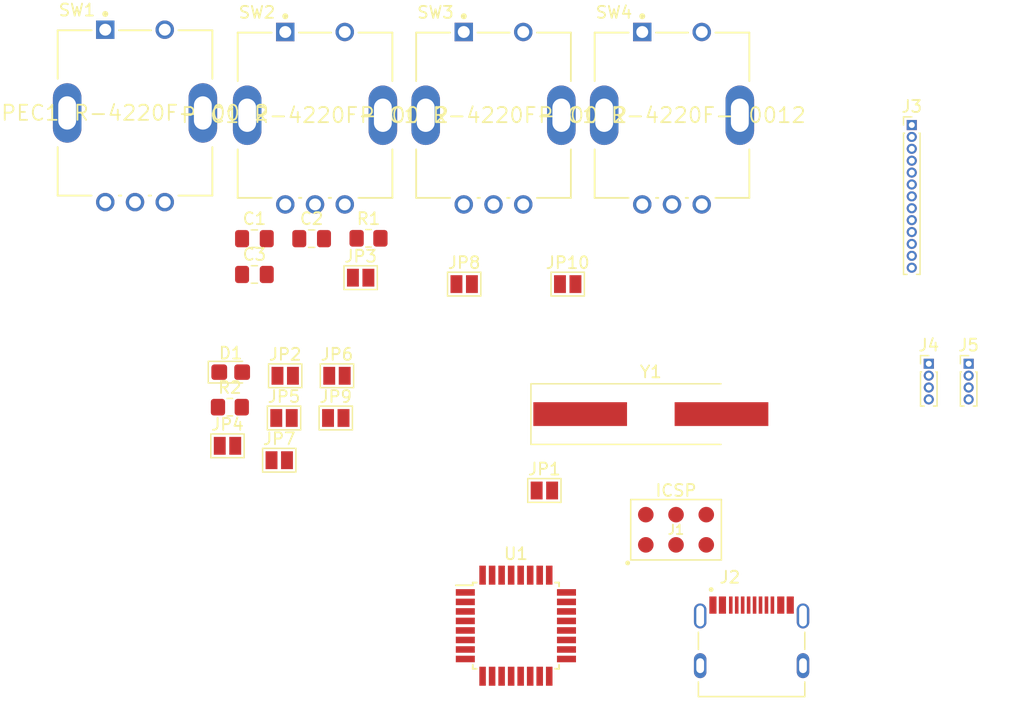
<source format=kicad_pcb>
(kicad_pcb (version 20171130) (host pcbnew "(5.1.10)-1")

  (general
    (thickness 1.6)
    (drawings 0)
    (tracks 0)
    (zones 0)
    (modules 27)
    (nets 38)
  )

  (page A4)
  (title_block
    (title "LightControl Console")
    (date 2021-08-10)
    (rev v00)
    (comment 4 "Author: GHOSCHT")
  )

  (layers
    (0 F.Cu signal)
    (31 B.Cu signal)
    (32 B.Adhes user)
    (33 F.Adhes user)
    (34 B.Paste user)
    (35 F.Paste user)
    (36 B.SilkS user)
    (37 F.SilkS user)
    (38 B.Mask user)
    (39 F.Mask user)
    (40 Dwgs.User user)
    (41 Cmts.User user)
    (42 Eco1.User user)
    (43 Eco2.User user)
    (44 Edge.Cuts user)
    (45 Margin user)
    (46 B.CrtYd user)
    (47 F.CrtYd user)
    (48 B.Fab user)
    (49 F.Fab user)
  )

  (setup
    (last_trace_width 0.25)
    (trace_clearance 0.2)
    (zone_clearance 0.508)
    (zone_45_only no)
    (trace_min 0.2)
    (via_size 0.8)
    (via_drill 0.4)
    (via_min_size 0.4)
    (via_min_drill 0.3)
    (uvia_size 0.3)
    (uvia_drill 0.1)
    (uvias_allowed no)
    (uvia_min_size 0.2)
    (uvia_min_drill 0.1)
    (edge_width 0.05)
    (segment_width 0.2)
    (pcb_text_width 0.3)
    (pcb_text_size 1.5 1.5)
    (mod_edge_width 0.12)
    (mod_text_size 1 1)
    (mod_text_width 0.15)
    (pad_size 1.524 1.524)
    (pad_drill 0.762)
    (pad_to_mask_clearance 0)
    (aux_axis_origin 0 0)
    (visible_elements 7FFFFFFF)
    (pcbplotparams
      (layerselection 0x010fc_ffffffff)
      (usegerberextensions false)
      (usegerberattributes true)
      (usegerberadvancedattributes true)
      (creategerberjobfile true)
      (excludeedgelayer true)
      (linewidth 0.100000)
      (plotframeref false)
      (viasonmask false)
      (mode 1)
      (useauxorigin false)
      (hpglpennumber 1)
      (hpglpenspeed 20)
      (hpglpendiameter 15.000000)
      (psnegative false)
      (psa4output false)
      (plotreference true)
      (plotvalue true)
      (plotinvisibletext false)
      (padsonsilk false)
      (subtractmaskfromsilk false)
      (outputformat 1)
      (mirror false)
      (drillshape 1)
      (scaleselection 1)
      (outputdirectory ""))
  )

  (net 0 "")
  (net 1 "Net-(U1-Pad14)")
  (net 2 "Net-(U1-Pad19)")
  (net 3 "Net-(U1-Pad20)")
  (net 4 "Net-(U1-Pad22)")
  (net 5 GND)
  (net 6 VCC)
  (net 7 XTAL1)
  (net 8 XTAL2)
  (net 9 "Net-(D1-Pad2)")
  (net 10 MOSI)
  (net 11 SCK)
  (net 12 MISO)
  (net 13 RST)
  (net 14 "Net-(J2-PadA6)")
  (net 15 "Net-(J2-PadB7)")
  (net 16 "Net-(J2-PadA5)")
  (net 17 "Net-(J2-PadB8)")
  (net 18 "Net-(J2-PadA7)")
  (net 19 "Net-(J2-PadB6)")
  (net 20 "Net-(J2-PadA8)")
  (net 21 "Net-(J2-PadB5)")
  (net 22 BTN4)
  (net 23 BTN3)
  (net 24 BTN2)
  (net 25 BTN1)
  (net 26 ENC4B)
  (net 27 ENC4A)
  (net 28 ENC3B)
  (net 29 ENC3A)
  (net 30 ENC2B)
  (net 31 ENC2A)
  (net 32 ENC1B)
  (net 33 ENC1A)
  (net 34 TX)
  (net 35 RX)
  (net 36 SDA)
  (net 37 SCL)

  (net_class Default "This is the default net class."
    (clearance 0.2)
    (trace_width 0.25)
    (via_dia 0.8)
    (via_drill 0.4)
    (uvia_dia 0.3)
    (uvia_drill 0.1)
    (add_net BTN1)
    (add_net BTN2)
    (add_net BTN3)
    (add_net BTN4)
    (add_net ENC1A)
    (add_net ENC1B)
    (add_net ENC2A)
    (add_net ENC2B)
    (add_net ENC3A)
    (add_net ENC3B)
    (add_net ENC4A)
    (add_net ENC4B)
    (add_net GND)
    (add_net MISO)
    (add_net MOSI)
    (add_net "Net-(D1-Pad2)")
    (add_net "Net-(J2-PadA5)")
    (add_net "Net-(J2-PadA6)")
    (add_net "Net-(J2-PadA7)")
    (add_net "Net-(J2-PadA8)")
    (add_net "Net-(J2-PadB5)")
    (add_net "Net-(J2-PadB6)")
    (add_net "Net-(J2-PadB7)")
    (add_net "Net-(J2-PadB8)")
    (add_net "Net-(U1-Pad14)")
    (add_net "Net-(U1-Pad19)")
    (add_net "Net-(U1-Pad20)")
    (add_net "Net-(U1-Pad22)")
    (add_net RST)
    (add_net RX)
    (add_net SCK)
    (add_net SCL)
    (add_net SDA)
    (add_net TX)
    (add_net VCC)
    (add_net XTAL1)
    (add_net XTAL2)
  )

  (module Crystal:Crystal_SMD_HC49-SD_HandSoldering (layer F.Cu) (tedit 5A1AD52C) (tstamp 61133696)
    (at 137.328 59.616)
    (descr "SMD Crystal HC-49-SD http://cdn-reichelt.de/documents/datenblatt/B400/xxx-HC49-SMD.pdf, hand-soldering, 11.4x4.7mm^2 package")
    (tags "SMD SMT crystal hand-soldering")
    (path /6113484F)
    (attr smd)
    (fp_text reference Y1 (at 0 -3.55) (layer F.SilkS)
      (effects (font (size 1 1) (thickness 0.15)))
    )
    (fp_text value 16MHz (at 0 3.55) (layer F.Fab)
      (effects (font (size 1 1) (thickness 0.15)))
    )
    (fp_line (start 10.2 -2.6) (end -10.2 -2.6) (layer F.CrtYd) (width 0.05))
    (fp_line (start 10.2 2.6) (end 10.2 -2.6) (layer F.CrtYd) (width 0.05))
    (fp_line (start -10.2 2.6) (end 10.2 2.6) (layer F.CrtYd) (width 0.05))
    (fp_line (start -10.2 -2.6) (end -10.2 2.6) (layer F.CrtYd) (width 0.05))
    (fp_line (start -10.075 2.55) (end 5.9 2.55) (layer F.SilkS) (width 0.12))
    (fp_line (start -10.075 -2.55) (end -10.075 2.55) (layer F.SilkS) (width 0.12))
    (fp_line (start 5.9 -2.55) (end -10.075 -2.55) (layer F.SilkS) (width 0.12))
    (fp_line (start -3.015 2.115) (end 3.015 2.115) (layer F.Fab) (width 0.1))
    (fp_line (start -3.015 -2.115) (end 3.015 -2.115) (layer F.Fab) (width 0.1))
    (fp_line (start 5.7 -2.35) (end -5.7 -2.35) (layer F.Fab) (width 0.1))
    (fp_line (start 5.7 2.35) (end 5.7 -2.35) (layer F.Fab) (width 0.1))
    (fp_line (start -5.7 2.35) (end 5.7 2.35) (layer F.Fab) (width 0.1))
    (fp_line (start -5.7 -2.35) (end -5.7 2.35) (layer F.Fab) (width 0.1))
    (fp_arc (start 3.015 0) (end 3.015 -2.115) (angle 180) (layer F.Fab) (width 0.1))
    (fp_arc (start -3.015 0) (end -3.015 -2.115) (angle -180) (layer F.Fab) (width 0.1))
    (fp_text user %R (at 0 0) (layer F.Fab)
      (effects (font (size 1 1) (thickness 0.15)))
    )
    (pad 2 smd rect (at 5.9375 0) (size 7.875 2) (layers F.Cu F.Paste F.Mask)
      (net 8 XTAL2))
    (pad 1 smd rect (at -5.9375 0) (size 7.875 2) (layers F.Cu F.Paste F.Mask)
      (net 7 XTAL1))
    (model ${KISYS3DMOD}/Crystal.3dshapes/Crystal_SMD_HC49-SD.wrl
      (at (xyz 0 0 0))
      (scale (xyz 1 1 1))
      (rotate (xyz 0 0 0))
    )
  )

  (module Jumper:SolderJumper-2_P1.3mm_Open_Pad1.0x1.5mm (layer F.Cu) (tedit 5A3EABFC) (tstamp 611335D6)
    (at 128.382 66.04)
    (descr "SMD Solder Jumper, 1x1.5mm Pads, 0.3mm gap, open")
    (tags "solder jumper open")
    (path /6113282A)
    (attr virtual)
    (fp_text reference JP1 (at 0 -1.8) (layer F.SilkS)
      (effects (font (size 1 1) (thickness 0.15)))
    )
    (fp_text value SolderJumper (at 0 1.9) (layer F.Fab)
      (effects (font (size 1 1) (thickness 0.15)))
    )
    (fp_line (start 1.65 1.25) (end -1.65 1.25) (layer F.CrtYd) (width 0.05))
    (fp_line (start 1.65 1.25) (end 1.65 -1.25) (layer F.CrtYd) (width 0.05))
    (fp_line (start -1.65 -1.25) (end -1.65 1.25) (layer F.CrtYd) (width 0.05))
    (fp_line (start -1.65 -1.25) (end 1.65 -1.25) (layer F.CrtYd) (width 0.05))
    (fp_line (start -1.4 -1) (end 1.4 -1) (layer F.SilkS) (width 0.12))
    (fp_line (start 1.4 -1) (end 1.4 1) (layer F.SilkS) (width 0.12))
    (fp_line (start 1.4 1) (end -1.4 1) (layer F.SilkS) (width 0.12))
    (fp_line (start -1.4 1) (end -1.4 -1) (layer F.SilkS) (width 0.12))
    (pad 1 smd rect (at -0.65 0) (size 1 1.5) (layers F.Cu F.Mask)
      (net 36 SDA))
    (pad 2 smd rect (at 0.65 0) (size 1 1.5) (layers F.Cu F.Mask)
      (net 14 "Net-(J2-PadA6)"))
  )

  (module Bourns-PEC11R-4220F-S0012:Bourns-PEC11R-4220F-S0012-MFG (layer F.Cu) (tedit 611258C1) (tstamp 6112C981)
    (at 93.98 34.29)
    (path /6112A1C1)
    (fp_text reference SW1 (at -6.5 -8.65) (layer F.SilkS)
      (effects (font (size 1 1) (thickness 0.15)) (justify left))
    )
    (fp_text value PEC11R-4220F-S0012 (at 0 0) (layer F.SilkS)
      (effects (font (size 1.27 1.27) (thickness 0.15)))
    )
    (fp_circle (center -2.5 -8.325) (end -2.375 -8.325) (layer F.SilkS) (width 0.25))
    (fp_line (start -6.5 -2.875) (end -6.5 -6.95) (layer F.SilkS) (width 0.15))
    (fp_line (start -6.5 6.95) (end -6.5 2.875) (layer F.SilkS) (width 0.15))
    (fp_line (start 3.65 6.95) (end 6.5 6.95) (layer F.SilkS) (width 0.15))
    (fp_line (start 1.15 6.95) (end 1.35 6.95) (layer F.SilkS) (width 0.15))
    (fp_line (start -1.35 6.95) (end -1.15 6.95) (layer F.SilkS) (width 0.15))
    (fp_line (start -6.5 6.95) (end -3.65 6.95) (layer F.SilkS) (width 0.15))
    (fp_line (start 6.5 -2.875) (end 6.5 -6.95) (layer F.SilkS) (width 0.15))
    (fp_line (start 6.5 6.95) (end 6.5 2.875) (layer F.SilkS) (width 0.15))
    (fp_line (start 3.65 -6.95) (end 6.5 -6.95) (layer F.SilkS) (width 0.15))
    (fp_line (start -1.35 -6.95) (end 1.35 -6.95) (layer F.SilkS) (width 0.15))
    (fp_line (start -6.5 -6.95) (end -3.65 -6.95) (layer F.SilkS) (width 0.15))
    (fp_line (start 6.925 8.3) (end 6.925 -7.8) (layer F.CrtYd) (width 0.15))
    (fp_line (start -6.925 8.3) (end 6.925 8.3) (layer F.CrtYd) (width 0.15))
    (fp_line (start -6.925 -7.8) (end -6.925 8.3) (layer F.CrtYd) (width 0.15))
    (fp_line (start 6.925 -7.8) (end -6.925 -7.8) (layer F.CrtYd) (width 0.15))
    (fp_line (start 6.925 -7.8) (end 6.925 -7.8) (layer F.CrtYd) (width 0.15))
    (fp_line (start 6.5 6.95) (end -6.5 6.95) (layer F.Fab) (width 0.15))
    (fp_line (start 6.5 -6.95) (end 6.5 6.95) (layer F.Fab) (width 0.15))
    (fp_line (start -6.5 -6.95) (end 6.5 -6.95) (layer F.Fab) (width 0.15))
    (fp_line (start -6.5 6.95) (end -6.5 -6.95) (layer F.Fab) (width 0.15))
    (pad S1 thru_hole rect (at -2.5 -7) (size 1.55 1.55) (drill 1) (layers *.Cu *.Mask)
      (net 5 GND))
    (pad S2 thru_hole circle (at 2.5 -7) (size 1.55 1.55) (drill 1) (layers *.Cu *.Mask)
      (net 25 BTN1))
    (pad A thru_hole circle (at -2.5 7.5) (size 1.55 1.55) (drill 1) (layers *.Cu *.Mask)
      (net 33 ENC1A))
    (pad C thru_hole circle (at 0 7.5) (size 1.55 1.55) (drill 1) (layers *.Cu *.Mask)
      (net 5 GND))
    (pad B thru_hole circle (at 2.5 7.5) (size 1.55 1.55) (drill 1) (layers *.Cu *.Mask)
      (net 32 ENC1B))
    (pad 3 thru_hole roundrect (at -5.7 0) (size 2.4 5) (drill oval 1.5 2.8) (layers *.Cu *.Mask) (roundrect_rratio 0.5))
    (pad 4 thru_hole roundrect (at 5.7 0) (size 2.4 5) (drill oval 1.5 2.8) (layers *.Cu *.Mask) (roundrect_rratio 0.5))
    (model ${KIPRJMOD}/Libraries/Bourns-PEC11R-4220F-S0012.models/Bourns_-_PEC11R-4220F-S0012.step
      (at (xyz 0 0 0))
      (scale (xyz 1 1 1))
      (rotate (xyz 0 0 0))
    )
  )

  (module Package_QFP:TQFP-32_7x7mm_P0.8mm (layer F.Cu) (tedit 5A02F146) (tstamp 6112C9B8)
    (at 125.989001 77.411001)
    (descr "32-Lead Plastic Thin Quad Flatpack (PT) - 7x7x1.0 mm Body, 2.00 mm [TQFP] (see Microchip Packaging Specification 00000049BS.pdf)")
    (tags "QFP 0.8")
    (path /61124B57)
    (attr smd)
    (fp_text reference U1 (at 0 -6.05) (layer F.SilkS)
      (effects (font (size 1 1) (thickness 0.15)))
    )
    (fp_text value ATmega328P-AU (at 0 6.05) (layer F.Fab)
      (effects (font (size 1 1) (thickness 0.15)))
    )
    (fp_line (start -2.5 -3.5) (end 3.5 -3.5) (layer F.Fab) (width 0.15))
    (fp_line (start 3.5 -3.5) (end 3.5 3.5) (layer F.Fab) (width 0.15))
    (fp_line (start 3.5 3.5) (end -3.5 3.5) (layer F.Fab) (width 0.15))
    (fp_line (start -3.5 3.5) (end -3.5 -2.5) (layer F.Fab) (width 0.15))
    (fp_line (start -3.5 -2.5) (end -2.5 -3.5) (layer F.Fab) (width 0.15))
    (fp_line (start -5.3 -5.3) (end -5.3 5.3) (layer F.CrtYd) (width 0.05))
    (fp_line (start 5.3 -5.3) (end 5.3 5.3) (layer F.CrtYd) (width 0.05))
    (fp_line (start -5.3 -5.3) (end 5.3 -5.3) (layer F.CrtYd) (width 0.05))
    (fp_line (start -5.3 5.3) (end 5.3 5.3) (layer F.CrtYd) (width 0.05))
    (fp_line (start -3.625 -3.625) (end -3.625 -3.4) (layer F.SilkS) (width 0.15))
    (fp_line (start 3.625 -3.625) (end 3.625 -3.3) (layer F.SilkS) (width 0.15))
    (fp_line (start 3.625 3.625) (end 3.625 3.3) (layer F.SilkS) (width 0.15))
    (fp_line (start -3.625 3.625) (end -3.625 3.3) (layer F.SilkS) (width 0.15))
    (fp_line (start -3.625 -3.625) (end -3.3 -3.625) (layer F.SilkS) (width 0.15))
    (fp_line (start -3.625 3.625) (end -3.3 3.625) (layer F.SilkS) (width 0.15))
    (fp_line (start 3.625 3.625) (end 3.3 3.625) (layer F.SilkS) (width 0.15))
    (fp_line (start 3.625 -3.625) (end 3.3 -3.625) (layer F.SilkS) (width 0.15))
    (fp_line (start -3.625 -3.4) (end -5.05 -3.4) (layer F.SilkS) (width 0.15))
    (fp_text user %R (at 0 0) (layer F.Fab)
      (effects (font (size 1 1) (thickness 0.15)))
    )
    (pad 1 smd rect (at -4.25 -2.8) (size 1.6 0.55) (layers F.Cu F.Paste F.Mask)
      (net 32 ENC1B))
    (pad 2 smd rect (at -4.25 -2) (size 1.6 0.55) (layers F.Cu F.Paste F.Mask)
      (net 31 ENC2A))
    (pad 3 smd rect (at -4.25 -1.2) (size 1.6 0.55) (layers F.Cu F.Paste F.Mask)
      (net 5 GND))
    (pad 4 smd rect (at -4.25 -0.4) (size 1.6 0.55) (layers F.Cu F.Paste F.Mask)
      (net 6 VCC))
    (pad 5 smd rect (at -4.25 0.4) (size 1.6 0.55) (layers F.Cu F.Paste F.Mask)
      (net 5 GND))
    (pad 6 smd rect (at -4.25 1.2) (size 1.6 0.55) (layers F.Cu F.Paste F.Mask)
      (net 6 VCC))
    (pad 7 smd rect (at -4.25 2) (size 1.6 0.55) (layers F.Cu F.Paste F.Mask)
      (net 7 XTAL1))
    (pad 8 smd rect (at -4.25 2.8) (size 1.6 0.55) (layers F.Cu F.Paste F.Mask)
      (net 8 XTAL2))
    (pad 9 smd rect (at -2.8 4.25 90) (size 1.6 0.55) (layers F.Cu F.Paste F.Mask)
      (net 30 ENC2B))
    (pad 10 smd rect (at -2 4.25 90) (size 1.6 0.55) (layers F.Cu F.Paste F.Mask)
      (net 29 ENC3A))
    (pad 11 smd rect (at -1.2 4.25 90) (size 1.6 0.55) (layers F.Cu F.Paste F.Mask)
      (net 28 ENC3B))
    (pad 12 smd rect (at -0.4 4.25 90) (size 1.6 0.55) (layers F.Cu F.Paste F.Mask)
      (net 27 ENC4A))
    (pad 13 smd rect (at 0.4 4.25 90) (size 1.6 0.55) (layers F.Cu F.Paste F.Mask)
      (net 26 ENC4B))
    (pad 14 smd rect (at 1.2 4.25 90) (size 1.6 0.55) (layers F.Cu F.Paste F.Mask)
      (net 1 "Net-(U1-Pad14)"))
    (pad 15 smd rect (at 2 4.25 90) (size 1.6 0.55) (layers F.Cu F.Paste F.Mask)
      (net 10 MOSI))
    (pad 16 smd rect (at 2.8 4.25 90) (size 1.6 0.55) (layers F.Cu F.Paste F.Mask)
      (net 12 MISO))
    (pad 17 smd rect (at 4.25 2.8) (size 1.6 0.55) (layers F.Cu F.Paste F.Mask)
      (net 11 SCK))
    (pad 18 smd rect (at 4.25 2) (size 1.6 0.55) (layers F.Cu F.Paste F.Mask)
      (net 6 VCC))
    (pad 19 smd rect (at 4.25 1.2) (size 1.6 0.55) (layers F.Cu F.Paste F.Mask)
      (net 2 "Net-(U1-Pad19)"))
    (pad 20 smd rect (at 4.25 0.4) (size 1.6 0.55) (layers F.Cu F.Paste F.Mask)
      (net 3 "Net-(U1-Pad20)"))
    (pad 21 smd rect (at 4.25 -0.4) (size 1.6 0.55) (layers F.Cu F.Paste F.Mask)
      (net 5 GND))
    (pad 22 smd rect (at 4.25 -1.2) (size 1.6 0.55) (layers F.Cu F.Paste F.Mask)
      (net 4 "Net-(U1-Pad22)"))
    (pad 23 smd rect (at 4.25 -2) (size 1.6 0.55) (layers F.Cu F.Paste F.Mask)
      (net 25 BTN1))
    (pad 24 smd rect (at 4.25 -2.8) (size 1.6 0.55) (layers F.Cu F.Paste F.Mask)
      (net 24 BTN2))
    (pad 25 smd rect (at 2.8 -4.25 90) (size 1.6 0.55) (layers F.Cu F.Paste F.Mask)
      (net 23 BTN3))
    (pad 26 smd rect (at 2 -4.25 90) (size 1.6 0.55) (layers F.Cu F.Paste F.Mask)
      (net 22 BTN4))
    (pad 27 smd rect (at 1.2 -4.25 90) (size 1.6 0.55) (layers F.Cu F.Paste F.Mask)
      (net 36 SDA))
    (pad 28 smd rect (at 0.4 -4.25 90) (size 1.6 0.55) (layers F.Cu F.Paste F.Mask)
      (net 37 SCL))
    (pad 29 smd rect (at -0.4 -4.25 90) (size 1.6 0.55) (layers F.Cu F.Paste F.Mask)
      (net 13 RST))
    (pad 30 smd rect (at -1.2 -4.25 90) (size 1.6 0.55) (layers F.Cu F.Paste F.Mask)
      (net 35 RX))
    (pad 31 smd rect (at -2 -4.25 90) (size 1.6 0.55) (layers F.Cu F.Paste F.Mask)
      (net 34 TX))
    (pad 32 smd rect (at -2.8 -4.25 90) (size 1.6 0.55) (layers F.Cu F.Paste F.Mask)
      (net 33 ENC1A))
    (model ${KISYS3DMOD}/Package_QFP.3dshapes/TQFP-32_7x7mm_P0.8mm.wrl
      (at (xyz 0 0 0))
      (scale (xyz 1 1 1))
      (rotate (xyz 0 0 0))
    )
  )

  (module AVR-ISP:AVR-ISP (layer F.Cu) (tedit 61126B73) (tstamp 6112DBCD)
    (at 139.446 69.342)
    (path /61134728)
    (fp_text reference J1 (at 0 0) (layer F.SilkS)
      (effects (font (size 0.787402 0.787402) (thickness 0.15)))
    )
    (fp_text value AVR-ISP-6 (at 0 0) (layer F.Fab)
      (effects (font (size 0.787402 0.787402) (thickness 0.15)))
    )
    (fp_line (start -3.81 -2.54) (end 3.81 -2.54) (layer F.SilkS) (width 0.127))
    (fp_line (start 3.81 -2.54) (end 3.81 2.54) (layer F.SilkS) (width 0.127))
    (fp_line (start 3.81 2.54) (end -3.81 2.54) (layer F.SilkS) (width 0.127))
    (fp_line (start -3.81 2.54) (end -3.81 -2.54) (layer F.SilkS) (width 0.127))
    (fp_circle (center -4.064 2.794) (end -3.964 2.794) (layer F.SilkS) (width 0.2))
    (fp_text user ICSP (at 0 -3.302) (layer F.SilkS)
      (effects (font (size 1 1) (thickness 0.15)))
    )
    (pad 4 smd circle (at 0 -1.27) (size 1.308 1.308) (layers F.Cu F.Paste F.Mask)
      (net 10 MOSI))
    (pad 3 smd circle (at 0 1.27) (size 1.308 1.308) (layers F.Cu F.Paste F.Mask)
      (net 11 SCK))
    (pad 2 smd circle (at -2.54 -1.27) (size 1.308 1.308) (layers F.Cu F.Paste F.Mask)
      (net 6 VCC))
    (pad 1 smd circle (at -2.54 1.27) (size 1.308 1.308) (layers F.Cu F.Paste F.Mask)
      (net 12 MISO))
    (pad 5 smd circle (at 2.54 1.27) (size 1.308 1.308) (layers F.Cu F.Paste F.Mask)
      (net 13 RST))
    (pad 6 smd circle (at 2.54 -1.27) (size 1.308 1.308) (layers F.Cu F.Paste F.Mask)
      (net 5 GND))
  )

  (module HRO_TYPE-C-31-M-12:HRO_TYPE-C-31-M-12 (layer F.Cu) (tedit 6112D184) (tstamp 6112D3E1)
    (at 145.796 80.772)
    (path /6112D89A)
    (fp_text reference J2 (at -1.825 -7.435) (layer F.SilkS)
      (effects (font (size 1 1) (thickness 0.15)))
    )
    (fp_text value TYPE-C-31-M-12 (at 6.43 4.135) (layer F.Fab)
      (effects (font (size 1 1) (thickness 0.15)))
    )
    (fp_circle (center -3.4 -6.4) (end -3.3 -6.4) (layer F.SilkS) (width 0.2))
    (fp_circle (center -3.4 -6.4) (end -3.3 -6.4) (layer F.Fab) (width 0.2))
    (fp_line (start -5.095 -6.07) (end -5.095 2.85) (layer F.CrtYd) (width 0.05))
    (fp_line (start 5.095 -6.07) (end -5.095 -6.07) (layer F.CrtYd) (width 0.05))
    (fp_line (start 5.095 2.85) (end 5.095 -6.07) (layer F.CrtYd) (width 0.05))
    (fp_line (start -5.095 2.85) (end 5.095 2.85) (layer F.CrtYd) (width 0.05))
    (fp_line (start -4.47 2.6) (end -4.47 1.37) (layer F.SilkS) (width 0.127))
    (fp_line (start 4.47 2.6) (end -4.47 2.6) (layer F.SilkS) (width 0.127))
    (fp_line (start 4.47 1.37) (end 4.47 2.6) (layer F.SilkS) (width 0.127))
    (fp_line (start 4.47 -2.81) (end 4.47 -1.37) (layer F.SilkS) (width 0.127))
    (fp_line (start -4.47 -2.81) (end -4.47 -1.37) (layer F.SilkS) (width 0.127))
    (fp_line (start -4.47 -4.7) (end -4.47 2.6) (layer F.Fab) (width 0.127))
    (fp_line (start 4.47 -4.7) (end -4.47 -4.7) (layer F.Fab) (width 0.127))
    (fp_line (start 4.47 2.6) (end 4.47 -4.7) (layer F.Fab) (width 0.127))
    (fp_line (start -4.47 2.6) (end 4.47 2.6) (layer F.Fab) (width 0.127))
    (pad A1B12 smd rect (at -3.25 -5.095) (size 0.6 1.45) (layers F.Cu F.Paste F.Mask)
      (net 5 GND))
    (pad A4B9 smd rect (at -2.45 -5.095) (size 0.6 1.45) (layers F.Cu F.Paste F.Mask)
      (net 6 VCC))
    (pad A6 smd rect (at -0.25 -5.095) (size 0.3 1.45) (layers F.Cu F.Paste F.Mask)
      (net 14 "Net-(J2-PadA6)"))
    (pad B7 smd rect (at -0.75 -5.095) (size 0.3 1.45) (layers F.Cu F.Paste F.Mask)
      (net 15 "Net-(J2-PadB7)"))
    (pad A5 smd rect (at -1.25 -5.095) (size 0.3 1.45) (layers F.Cu F.Paste F.Mask)
      (net 16 "Net-(J2-PadA5)"))
    (pad B8 smd rect (at -1.75 -5.095) (size 0.3 1.45) (layers F.Cu F.Paste F.Mask)
      (net 17 "Net-(J2-PadB8)"))
    (pad A7 smd rect (at 0.25 -5.095) (size 0.3 1.45) (layers F.Cu F.Paste F.Mask)
      (net 18 "Net-(J2-PadA7)"))
    (pad B6 smd rect (at 0.75 -5.095) (size 0.3 1.45) (layers F.Cu F.Paste F.Mask)
      (net 19 "Net-(J2-PadB6)"))
    (pad A8 smd rect (at 1.25 -5.095) (size 0.3 1.45) (layers F.Cu F.Paste F.Mask)
      (net 20 "Net-(J2-PadA8)"))
    (pad B5 smd rect (at 1.75 -5.095) (size 0.3 1.45) (layers F.Cu F.Paste F.Mask)
      (net 21 "Net-(J2-PadB5)"))
    (pad B4A9 smd rect (at 2.45 -5.095) (size 0.6 1.45) (layers F.Cu F.Paste F.Mask)
      (net 6 VCC))
    (pad B1A12 smd rect (at 3.25 -5.095) (size 0.6 1.45) (layers F.Cu F.Paste F.Mask)
      (net 5 GND))
    (pad S1 thru_hole oval (at -4.32 -4.18) (size 1.05 2.1) (drill oval 0.65 1.75) (layers *.Cu *.Mask)
      (net 5 GND))
    (pad S2 thru_hole oval (at 4.32 -4.18) (size 1.05 2.1) (drill oval 0.65 1.75) (layers *.Cu *.Mask)
      (net 5 GND))
    (pad S3 thru_hole oval (at -4.32 0) (size 1.05 2.1) (drill oval 0.65 1.25) (layers *.Cu *.Mask)
      (net 5 GND))
    (pad S4 thru_hole oval (at 4.32 0) (size 1.05 2.1) (drill oval 0.65 1.25) (layers *.Cu *.Mask)
      (net 5 GND))
    (pad None np_thru_hole circle (at -2.89 -3.65) (size 0.7 0.7) (drill 0.7) (layers *.Cu *.Mask))
    (pad None np_thru_hole circle (at 2.89 -3.65) (size 0.7 0.7) (drill 0.7) (layers *.Cu *.Mask))
    (model ${KIPRJMOD}/Libraries/HRO_TYPE-C-31-M-12.models/TYPE-C-31-M-12.step
      (at (xyz 0 0 0))
      (scale (xyz 1 1 1))
      (rotate (xyz -90 0 0))
    )
  )

  (module Capacitor_SMD:C_0805_2012Metric_Pad1.18x1.45mm_HandSolder (layer F.Cu) (tedit 5F68FEEF) (tstamp 61133BF5)
    (at 104.013001 44.863001)
    (descr "Capacitor SMD 0805 (2012 Metric), square (rectangular) end terminal, IPC_7351 nominal with elongated pad for handsoldering. (Body size source: IPC-SM-782 page 76, https://www.pcb-3d.com/wordpress/wp-content/uploads/ipc-sm-782a_amendment_1_and_2.pdf, https://docs.google.com/spreadsheets/d/1BsfQQcO9C6DZCsRaXUlFlo91Tg2WpOkGARC1WS5S8t0/edit?usp=sharing), generated with kicad-footprint-generator")
    (tags "capacitor handsolder")
    (path /6113DC2F)
    (attr smd)
    (fp_text reference C1 (at 0 -1.68) (layer F.SilkS)
      (effects (font (size 1 1) (thickness 0.15)))
    )
    (fp_text value 22p (at 0 1.68) (layer F.Fab)
      (effects (font (size 1 1) (thickness 0.15)))
    )
    (fp_line (start -1 0.625) (end -1 -0.625) (layer F.Fab) (width 0.1))
    (fp_line (start -1 -0.625) (end 1 -0.625) (layer F.Fab) (width 0.1))
    (fp_line (start 1 -0.625) (end 1 0.625) (layer F.Fab) (width 0.1))
    (fp_line (start 1 0.625) (end -1 0.625) (layer F.Fab) (width 0.1))
    (fp_line (start -0.261252 -0.735) (end 0.261252 -0.735) (layer F.SilkS) (width 0.12))
    (fp_line (start -0.261252 0.735) (end 0.261252 0.735) (layer F.SilkS) (width 0.12))
    (fp_line (start -1.88 0.98) (end -1.88 -0.98) (layer F.CrtYd) (width 0.05))
    (fp_line (start -1.88 -0.98) (end 1.88 -0.98) (layer F.CrtYd) (width 0.05))
    (fp_line (start 1.88 -0.98) (end 1.88 0.98) (layer F.CrtYd) (width 0.05))
    (fp_line (start 1.88 0.98) (end -1.88 0.98) (layer F.CrtYd) (width 0.05))
    (fp_text user %R (at 0 0) (layer F.Fab)
      (effects (font (size 0.5 0.5) (thickness 0.08)))
    )
    (pad 1 smd roundrect (at -1.0375 0) (size 1.175 1.45) (layers F.Cu F.Paste F.Mask) (roundrect_rratio 0.212766)
      (net 7 XTAL1))
    (pad 2 smd roundrect (at 1.0375 0) (size 1.175 1.45) (layers F.Cu F.Paste F.Mask) (roundrect_rratio 0.212766)
      (net 5 GND))
    (model ${KISYS3DMOD}/Capacitor_SMD.3dshapes/C_0805_2012Metric.wrl
      (at (xyz 0 0 0))
      (scale (xyz 1 1 1))
      (rotate (xyz 0 0 0))
    )
  )

  (module Capacitor_SMD:C_0805_2012Metric_Pad1.18x1.45mm_HandSolder (layer F.Cu) (tedit 5F68FEEF) (tstamp 61133C06)
    (at 108.823001 44.863001)
    (descr "Capacitor SMD 0805 (2012 Metric), square (rectangular) end terminal, IPC_7351 nominal with elongated pad for handsoldering. (Body size source: IPC-SM-782 page 76, https://www.pcb-3d.com/wordpress/wp-content/uploads/ipc-sm-782a_amendment_1_and_2.pdf, https://docs.google.com/spreadsheets/d/1BsfQQcO9C6DZCsRaXUlFlo91Tg2WpOkGARC1WS5S8t0/edit?usp=sharing), generated with kicad-footprint-generator")
    (tags "capacitor handsolder")
    (path /611448F1)
    (attr smd)
    (fp_text reference C2 (at 0 -1.68) (layer F.SilkS)
      (effects (font (size 1 1) (thickness 0.15)))
    )
    (fp_text value 22p (at 0 1.68) (layer F.Fab)
      (effects (font (size 1 1) (thickness 0.15)))
    )
    (fp_line (start 1.88 0.98) (end -1.88 0.98) (layer F.CrtYd) (width 0.05))
    (fp_line (start 1.88 -0.98) (end 1.88 0.98) (layer F.CrtYd) (width 0.05))
    (fp_line (start -1.88 -0.98) (end 1.88 -0.98) (layer F.CrtYd) (width 0.05))
    (fp_line (start -1.88 0.98) (end -1.88 -0.98) (layer F.CrtYd) (width 0.05))
    (fp_line (start -0.261252 0.735) (end 0.261252 0.735) (layer F.SilkS) (width 0.12))
    (fp_line (start -0.261252 -0.735) (end 0.261252 -0.735) (layer F.SilkS) (width 0.12))
    (fp_line (start 1 0.625) (end -1 0.625) (layer F.Fab) (width 0.1))
    (fp_line (start 1 -0.625) (end 1 0.625) (layer F.Fab) (width 0.1))
    (fp_line (start -1 -0.625) (end 1 -0.625) (layer F.Fab) (width 0.1))
    (fp_line (start -1 0.625) (end -1 -0.625) (layer F.Fab) (width 0.1))
    (fp_text user %R (at 0 0) (layer F.Fab)
      (effects (font (size 0.5 0.5) (thickness 0.08)))
    )
    (pad 2 smd roundrect (at 1.0375 0) (size 1.175 1.45) (layers F.Cu F.Paste F.Mask) (roundrect_rratio 0.212766)
      (net 5 GND))
    (pad 1 smd roundrect (at -1.0375 0) (size 1.175 1.45) (layers F.Cu F.Paste F.Mask) (roundrect_rratio 0.212766)
      (net 8 XTAL2))
    (model ${KISYS3DMOD}/Capacitor_SMD.3dshapes/C_0805_2012Metric.wrl
      (at (xyz 0 0 0))
      (scale (xyz 1 1 1))
      (rotate (xyz 0 0 0))
    )
  )

  (module Capacitor_SMD:C_0805_2012Metric_Pad1.18x1.45mm_HandSolder (layer F.Cu) (tedit 5F68FEEF) (tstamp 61133C17)
    (at 104.013001 47.873001)
    (descr "Capacitor SMD 0805 (2012 Metric), square (rectangular) end terminal, IPC_7351 nominal with elongated pad for handsoldering. (Body size source: IPC-SM-782 page 76, https://www.pcb-3d.com/wordpress/wp-content/uploads/ipc-sm-782a_amendment_1_and_2.pdf, https://docs.google.com/spreadsheets/d/1BsfQQcO9C6DZCsRaXUlFlo91Tg2WpOkGARC1WS5S8t0/edit?usp=sharing), generated with kicad-footprint-generator")
    (tags "capacitor handsolder")
    (path /6115564D)
    (attr smd)
    (fp_text reference C3 (at 0 -1.68) (layer F.SilkS)
      (effects (font (size 1 1) (thickness 0.15)))
    )
    (fp_text value 100n (at 0 1.68) (layer F.Fab)
      (effects (font (size 1 1) (thickness 0.15)))
    )
    (fp_line (start -1 0.625) (end -1 -0.625) (layer F.Fab) (width 0.1))
    (fp_line (start -1 -0.625) (end 1 -0.625) (layer F.Fab) (width 0.1))
    (fp_line (start 1 -0.625) (end 1 0.625) (layer F.Fab) (width 0.1))
    (fp_line (start 1 0.625) (end -1 0.625) (layer F.Fab) (width 0.1))
    (fp_line (start -0.261252 -0.735) (end 0.261252 -0.735) (layer F.SilkS) (width 0.12))
    (fp_line (start -0.261252 0.735) (end 0.261252 0.735) (layer F.SilkS) (width 0.12))
    (fp_line (start -1.88 0.98) (end -1.88 -0.98) (layer F.CrtYd) (width 0.05))
    (fp_line (start -1.88 -0.98) (end 1.88 -0.98) (layer F.CrtYd) (width 0.05))
    (fp_line (start 1.88 -0.98) (end 1.88 0.98) (layer F.CrtYd) (width 0.05))
    (fp_line (start 1.88 0.98) (end -1.88 0.98) (layer F.CrtYd) (width 0.05))
    (fp_text user %R (at 0 0) (layer F.Fab)
      (effects (font (size 0.5 0.5) (thickness 0.08)))
    )
    (pad 1 smd roundrect (at -1.0375 0) (size 1.175 1.45) (layers F.Cu F.Paste F.Mask) (roundrect_rratio 0.212766)
      (net 6 VCC))
    (pad 2 smd roundrect (at 1.0375 0) (size 1.175 1.45) (layers F.Cu F.Paste F.Mask) (roundrect_rratio 0.212766)
      (net 5 GND))
    (model ${KISYS3DMOD}/Capacitor_SMD.3dshapes/C_0805_2012Metric.wrl
      (at (xyz 0 0 0))
      (scale (xyz 1 1 1))
      (rotate (xyz 0 0 0))
    )
  )

  (module Jumper:SolderJumper-2_P1.3mm_Open_Pad1.0x1.5mm (layer F.Cu) (tedit 5A3EABFC) (tstamp 61133C33)
    (at 112.943001 48.143001)
    (descr "SMD Solder Jumper, 1x1.5mm Pads, 0.3mm gap, open")
    (tags "solder jumper open")
    (path /6118262C)
    (attr virtual)
    (fp_text reference JP3 (at 0 -1.8) (layer F.SilkS)
      (effects (font (size 1 1) (thickness 0.15)))
    )
    (fp_text value SolderJumper (at 0 1.9) (layer F.Fab)
      (effects (font (size 1 1) (thickness 0.15)))
    )
    (fp_line (start -1.4 1) (end -1.4 -1) (layer F.SilkS) (width 0.12))
    (fp_line (start 1.4 1) (end -1.4 1) (layer F.SilkS) (width 0.12))
    (fp_line (start 1.4 -1) (end 1.4 1) (layer F.SilkS) (width 0.12))
    (fp_line (start -1.4 -1) (end 1.4 -1) (layer F.SilkS) (width 0.12))
    (fp_line (start -1.65 -1.25) (end 1.65 -1.25) (layer F.CrtYd) (width 0.05))
    (fp_line (start -1.65 -1.25) (end -1.65 1.25) (layer F.CrtYd) (width 0.05))
    (fp_line (start 1.65 1.25) (end 1.65 -1.25) (layer F.CrtYd) (width 0.05))
    (fp_line (start 1.65 1.25) (end -1.65 1.25) (layer F.CrtYd) (width 0.05))
    (pad 2 smd rect (at 0.65 0) (size 1 1.5) (layers F.Cu F.Mask)
      (net 18 "Net-(J2-PadA7)"))
    (pad 1 smd rect (at -0.65 0) (size 1 1.5) (layers F.Cu F.Mask)
      (net 37 SCL))
  )

  (module Jumper:SolderJumper-2_P1.3mm_Open_Pad1.0x1.5mm (layer F.Cu) (tedit 5A3EABFC) (tstamp 61133C79)
    (at 121.643001 48.683001)
    (descr "SMD Solder Jumper, 1x1.5mm Pads, 0.3mm gap, open")
    (tags "solder jumper open")
    (path /611A3587)
    (attr virtual)
    (fp_text reference JP8 (at 0 -1.8) (layer F.SilkS)
      (effects (font (size 1 1) (thickness 0.15)))
    )
    (fp_text value SolderJumper (at 0 1.9) (layer F.Fab)
      (effects (font (size 1 1) (thickness 0.15)))
    )
    (fp_line (start -1.4 1) (end -1.4 -1) (layer F.SilkS) (width 0.12))
    (fp_line (start 1.4 1) (end -1.4 1) (layer F.SilkS) (width 0.12))
    (fp_line (start 1.4 -1) (end 1.4 1) (layer F.SilkS) (width 0.12))
    (fp_line (start -1.4 -1) (end 1.4 -1) (layer F.SilkS) (width 0.12))
    (fp_line (start -1.65 -1.25) (end 1.65 -1.25) (layer F.CrtYd) (width 0.05))
    (fp_line (start -1.65 -1.25) (end -1.65 1.25) (layer F.CrtYd) (width 0.05))
    (fp_line (start 1.65 1.25) (end 1.65 -1.25) (layer F.CrtYd) (width 0.05))
    (fp_line (start 1.65 1.25) (end -1.65 1.25) (layer F.CrtYd) (width 0.05))
    (pad 2 smd rect (at 0.65 0) (size 1 1.5) (layers F.Cu F.Mask)
      (net 15 "Net-(J2-PadB7)"))
    (pad 1 smd rect (at -0.65 0) (size 1 1.5) (layers F.Cu F.Mask)
      (net 37 SCL))
  )

  (module Jumper:SolderJumper-2_P1.3mm_Open_Pad1.0x1.5mm (layer F.Cu) (tedit 5A3EABFC) (tstamp 61133C95)
    (at 130.343001 48.683001)
    (descr "SMD Solder Jumper, 1x1.5mm Pads, 0.3mm gap, open")
    (tags "solder jumper open")
    (path /611A3577)
    (attr virtual)
    (fp_text reference JP10 (at 0 -1.8) (layer F.SilkS)
      (effects (font (size 1 1) (thickness 0.15)))
    )
    (fp_text value SolderJumper (at 0 1.9) (layer F.Fab)
      (effects (font (size 1 1) (thickness 0.15)))
    )
    (fp_line (start -1.4 1) (end -1.4 -1) (layer F.SilkS) (width 0.12))
    (fp_line (start 1.4 1) (end -1.4 1) (layer F.SilkS) (width 0.12))
    (fp_line (start 1.4 -1) (end 1.4 1) (layer F.SilkS) (width 0.12))
    (fp_line (start -1.4 -1) (end 1.4 -1) (layer F.SilkS) (width 0.12))
    (fp_line (start -1.65 -1.25) (end 1.65 -1.25) (layer F.CrtYd) (width 0.05))
    (fp_line (start -1.65 -1.25) (end -1.65 1.25) (layer F.CrtYd) (width 0.05))
    (fp_line (start 1.65 1.25) (end 1.65 -1.25) (layer F.CrtYd) (width 0.05))
    (fp_line (start 1.65 1.25) (end -1.65 1.25) (layer F.CrtYd) (width 0.05))
    (pad 2 smd rect (at 0.65 0) (size 1 1.5) (layers F.Cu F.Mask)
      (net 19 "Net-(J2-PadB6)"))
    (pad 1 smd rect (at -0.65 0) (size 1 1.5) (layers F.Cu F.Mask)
      (net 36 SDA))
  )

  (module Resistor_SMD:R_0805_2012Metric_Pad1.20x1.40mm_HandSolder (layer F.Cu) (tedit 5F68FEEE) (tstamp 61133CA6)
    (at 113.603001 44.833001)
    (descr "Resistor SMD 0805 (2012 Metric), square (rectangular) end terminal, IPC_7351 nominal with elongated pad for handsoldering. (Body size source: IPC-SM-782 page 72, https://www.pcb-3d.com/wordpress/wp-content/uploads/ipc-sm-782a_amendment_1_and_2.pdf), generated with kicad-footprint-generator")
    (tags "resistor handsolder")
    (path /611669B4)
    (attr smd)
    (fp_text reference R1 (at 0 -1.65) (layer F.SilkS)
      (effects (font (size 1 1) (thickness 0.15)))
    )
    (fp_text value 10k (at 0 1.65) (layer F.Fab)
      (effects (font (size 1 1) (thickness 0.15)))
    )
    (fp_line (start -1 0.625) (end -1 -0.625) (layer F.Fab) (width 0.1))
    (fp_line (start -1 -0.625) (end 1 -0.625) (layer F.Fab) (width 0.1))
    (fp_line (start 1 -0.625) (end 1 0.625) (layer F.Fab) (width 0.1))
    (fp_line (start 1 0.625) (end -1 0.625) (layer F.Fab) (width 0.1))
    (fp_line (start -0.227064 -0.735) (end 0.227064 -0.735) (layer F.SilkS) (width 0.12))
    (fp_line (start -0.227064 0.735) (end 0.227064 0.735) (layer F.SilkS) (width 0.12))
    (fp_line (start -1.85 0.95) (end -1.85 -0.95) (layer F.CrtYd) (width 0.05))
    (fp_line (start -1.85 -0.95) (end 1.85 -0.95) (layer F.CrtYd) (width 0.05))
    (fp_line (start 1.85 -0.95) (end 1.85 0.95) (layer F.CrtYd) (width 0.05))
    (fp_line (start 1.85 0.95) (end -1.85 0.95) (layer F.CrtYd) (width 0.05))
    (fp_text user %R (at 0 0) (layer F.Fab)
      (effects (font (size 0.5 0.5) (thickness 0.08)))
    )
    (pad 1 smd roundrect (at -1 0) (size 1.2 1.4) (layers F.Cu F.Paste F.Mask) (roundrect_rratio 0.208333)
      (net 13 RST))
    (pad 2 smd roundrect (at 1 0) (size 1.2 1.4) (layers F.Cu F.Paste F.Mask) (roundrect_rratio 0.208333)
      (net 6 VCC))
    (model ${KISYS3DMOD}/Resistor_SMD.3dshapes/R_0805_2012Metric.wrl
      (at (xyz 0 0 0))
      (scale (xyz 1 1 1))
      (rotate (xyz 0 0 0))
    )
  )

  (module Bourns-PEC11R-4220F-S0012:Bourns-PEC11R-4220F-S0012-MFG (layer F.Cu) (tedit 611258C1) (tstamp 61133CC6)
    (at 109.108001 34.483001)
    (path /611CC8B9)
    (fp_text reference SW2 (at -6.5 -8.65) (layer F.SilkS)
      (effects (font (size 1 1) (thickness 0.15)) (justify left))
    )
    (fp_text value PEC11R-4220F-S0012 (at 0 0) (layer F.SilkS)
      (effects (font (size 1.27 1.27) (thickness 0.15)))
    )
    (fp_circle (center -2.5 -8.325) (end -2.375 -8.325) (layer F.SilkS) (width 0.25))
    (fp_line (start -6.5 -2.875) (end -6.5 -6.95) (layer F.SilkS) (width 0.15))
    (fp_line (start -6.5 6.95) (end -6.5 2.875) (layer F.SilkS) (width 0.15))
    (fp_line (start 3.65 6.95) (end 6.5 6.95) (layer F.SilkS) (width 0.15))
    (fp_line (start 1.15 6.95) (end 1.35 6.95) (layer F.SilkS) (width 0.15))
    (fp_line (start -1.35 6.95) (end -1.15 6.95) (layer F.SilkS) (width 0.15))
    (fp_line (start -6.5 6.95) (end -3.65 6.95) (layer F.SilkS) (width 0.15))
    (fp_line (start 6.5 -2.875) (end 6.5 -6.95) (layer F.SilkS) (width 0.15))
    (fp_line (start 6.5 6.95) (end 6.5 2.875) (layer F.SilkS) (width 0.15))
    (fp_line (start 3.65 -6.95) (end 6.5 -6.95) (layer F.SilkS) (width 0.15))
    (fp_line (start -1.35 -6.95) (end 1.35 -6.95) (layer F.SilkS) (width 0.15))
    (fp_line (start -6.5 -6.95) (end -3.65 -6.95) (layer F.SilkS) (width 0.15))
    (fp_line (start 6.925 8.3) (end 6.925 -7.8) (layer F.CrtYd) (width 0.15))
    (fp_line (start -6.925 8.3) (end 6.925 8.3) (layer F.CrtYd) (width 0.15))
    (fp_line (start -6.925 -7.8) (end -6.925 8.3) (layer F.CrtYd) (width 0.15))
    (fp_line (start 6.925 -7.8) (end -6.925 -7.8) (layer F.CrtYd) (width 0.15))
    (fp_line (start 6.925 -7.8) (end 6.925 -7.8) (layer F.CrtYd) (width 0.15))
    (fp_line (start 6.5 6.95) (end -6.5 6.95) (layer F.Fab) (width 0.15))
    (fp_line (start 6.5 -6.95) (end 6.5 6.95) (layer F.Fab) (width 0.15))
    (fp_line (start -6.5 -6.95) (end 6.5 -6.95) (layer F.Fab) (width 0.15))
    (fp_line (start -6.5 6.95) (end -6.5 -6.95) (layer F.Fab) (width 0.15))
    (pad S1 thru_hole rect (at -2.5 -7) (size 1.55 1.55) (drill 1) (layers *.Cu *.Mask)
      (net 5 GND))
    (pad S2 thru_hole circle (at 2.5 -7) (size 1.55 1.55) (drill 1) (layers *.Cu *.Mask)
      (net 24 BTN2))
    (pad A thru_hole circle (at -2.5 7.5) (size 1.55 1.55) (drill 1) (layers *.Cu *.Mask)
      (net 31 ENC2A))
    (pad C thru_hole circle (at 0 7.5) (size 1.55 1.55) (drill 1) (layers *.Cu *.Mask)
      (net 5 GND))
    (pad B thru_hole circle (at 2.5 7.5) (size 1.55 1.55) (drill 1) (layers *.Cu *.Mask)
      (net 30 ENC2B))
    (pad 3 thru_hole roundrect (at -5.7 0) (size 2.4 5) (drill oval 1.5 2.8) (layers *.Cu *.Mask) (roundrect_rratio 0.5))
    (pad 4 thru_hole roundrect (at 5.7 0) (size 2.4 5) (drill oval 1.5 2.8) (layers *.Cu *.Mask) (roundrect_rratio 0.5))
    (model ${KIPRJMOD}/Libraries/Bourns-PEC11R-4220F-S0012.models/Bourns_-_PEC11R-4220F-S0012.step
      (at (xyz 0 0 0))
      (scale (xyz 1 1 1))
      (rotate (xyz 0 0 0))
    )
  )

  (module Bourns-PEC11R-4220F-S0012:Bourns-PEC11R-4220F-S0012-MFG (layer F.Cu) (tedit 611258C1) (tstamp 61133CE6)
    (at 124.108001 34.483001)
    (path /611CDF12)
    (fp_text reference SW3 (at -6.5 -8.65) (layer F.SilkS)
      (effects (font (size 1 1) (thickness 0.15)) (justify left))
    )
    (fp_text value PEC11R-4220F-S0012 (at 0 0) (layer F.SilkS)
      (effects (font (size 1.27 1.27) (thickness 0.15)))
    )
    (fp_line (start -6.5 6.95) (end -6.5 -6.95) (layer F.Fab) (width 0.15))
    (fp_line (start -6.5 -6.95) (end 6.5 -6.95) (layer F.Fab) (width 0.15))
    (fp_line (start 6.5 -6.95) (end 6.5 6.95) (layer F.Fab) (width 0.15))
    (fp_line (start 6.5 6.95) (end -6.5 6.95) (layer F.Fab) (width 0.15))
    (fp_line (start 6.925 -7.8) (end 6.925 -7.8) (layer F.CrtYd) (width 0.15))
    (fp_line (start 6.925 -7.8) (end -6.925 -7.8) (layer F.CrtYd) (width 0.15))
    (fp_line (start -6.925 -7.8) (end -6.925 8.3) (layer F.CrtYd) (width 0.15))
    (fp_line (start -6.925 8.3) (end 6.925 8.3) (layer F.CrtYd) (width 0.15))
    (fp_line (start 6.925 8.3) (end 6.925 -7.8) (layer F.CrtYd) (width 0.15))
    (fp_line (start -6.5 -6.95) (end -3.65 -6.95) (layer F.SilkS) (width 0.15))
    (fp_line (start -1.35 -6.95) (end 1.35 -6.95) (layer F.SilkS) (width 0.15))
    (fp_line (start 3.65 -6.95) (end 6.5 -6.95) (layer F.SilkS) (width 0.15))
    (fp_line (start 6.5 6.95) (end 6.5 2.875) (layer F.SilkS) (width 0.15))
    (fp_line (start 6.5 -2.875) (end 6.5 -6.95) (layer F.SilkS) (width 0.15))
    (fp_line (start -6.5 6.95) (end -3.65 6.95) (layer F.SilkS) (width 0.15))
    (fp_line (start -1.35 6.95) (end -1.15 6.95) (layer F.SilkS) (width 0.15))
    (fp_line (start 1.15 6.95) (end 1.35 6.95) (layer F.SilkS) (width 0.15))
    (fp_line (start 3.65 6.95) (end 6.5 6.95) (layer F.SilkS) (width 0.15))
    (fp_line (start -6.5 6.95) (end -6.5 2.875) (layer F.SilkS) (width 0.15))
    (fp_line (start -6.5 -2.875) (end -6.5 -6.95) (layer F.SilkS) (width 0.15))
    (fp_circle (center -2.5 -8.325) (end -2.375 -8.325) (layer F.SilkS) (width 0.25))
    (pad 4 thru_hole roundrect (at 5.7 0) (size 2.4 5) (drill oval 1.5 2.8) (layers *.Cu *.Mask) (roundrect_rratio 0.5))
    (pad 3 thru_hole roundrect (at -5.7 0) (size 2.4 5) (drill oval 1.5 2.8) (layers *.Cu *.Mask) (roundrect_rratio 0.5))
    (pad B thru_hole circle (at 2.5 7.5) (size 1.55 1.55) (drill 1) (layers *.Cu *.Mask)
      (net 28 ENC3B))
    (pad C thru_hole circle (at 0 7.5) (size 1.55 1.55) (drill 1) (layers *.Cu *.Mask)
      (net 5 GND))
    (pad A thru_hole circle (at -2.5 7.5) (size 1.55 1.55) (drill 1) (layers *.Cu *.Mask)
      (net 29 ENC3A))
    (pad S2 thru_hole circle (at 2.5 -7) (size 1.55 1.55) (drill 1) (layers *.Cu *.Mask)
      (net 23 BTN3))
    (pad S1 thru_hole rect (at -2.5 -7) (size 1.55 1.55) (drill 1) (layers *.Cu *.Mask)
      (net 5 GND))
    (model eec.models/Bourns_-_PEC11R-4220F-S0012.step
      (at (xyz 0 0 0))
      (scale (xyz 1 1 1))
      (rotate (xyz 0 0 0))
    )
    (model ${KIPRJMOD}/Libraries/Bourns-PEC11R-4220F-S0012.models/Bourns_-_PEC11R-4220F-S0012.step
      (at (xyz 0 0 0))
      (scale (xyz 1 1 1))
      (rotate (xyz 0 0 0))
    )
  )

  (module Bourns-PEC11R-4220F-S0012:Bourns-PEC11R-4220F-S0012-MFG (layer F.Cu) (tedit 611258C1) (tstamp 61133D06)
    (at 139.108001 34.483001)
    (path /611CEA4E)
    (fp_text reference SW4 (at -6.5 -8.65) (layer F.SilkS)
      (effects (font (size 1 1) (thickness 0.15)) (justify left))
    )
    (fp_text value PEC11R-4220F-S0012 (at 0 0) (layer F.SilkS)
      (effects (font (size 1.27 1.27) (thickness 0.15)))
    )
    (fp_circle (center -2.5 -8.325) (end -2.375 -8.325) (layer F.SilkS) (width 0.25))
    (fp_line (start -6.5 -2.875) (end -6.5 -6.95) (layer F.SilkS) (width 0.15))
    (fp_line (start -6.5 6.95) (end -6.5 2.875) (layer F.SilkS) (width 0.15))
    (fp_line (start 3.65 6.95) (end 6.5 6.95) (layer F.SilkS) (width 0.15))
    (fp_line (start 1.15 6.95) (end 1.35 6.95) (layer F.SilkS) (width 0.15))
    (fp_line (start -1.35 6.95) (end -1.15 6.95) (layer F.SilkS) (width 0.15))
    (fp_line (start -6.5 6.95) (end -3.65 6.95) (layer F.SilkS) (width 0.15))
    (fp_line (start 6.5 -2.875) (end 6.5 -6.95) (layer F.SilkS) (width 0.15))
    (fp_line (start 6.5 6.95) (end 6.5 2.875) (layer F.SilkS) (width 0.15))
    (fp_line (start 3.65 -6.95) (end 6.5 -6.95) (layer F.SilkS) (width 0.15))
    (fp_line (start -1.35 -6.95) (end 1.35 -6.95) (layer F.SilkS) (width 0.15))
    (fp_line (start -6.5 -6.95) (end -3.65 -6.95) (layer F.SilkS) (width 0.15))
    (fp_line (start 6.925 8.3) (end 6.925 -7.8) (layer F.CrtYd) (width 0.15))
    (fp_line (start -6.925 8.3) (end 6.925 8.3) (layer F.CrtYd) (width 0.15))
    (fp_line (start -6.925 -7.8) (end -6.925 8.3) (layer F.CrtYd) (width 0.15))
    (fp_line (start 6.925 -7.8) (end -6.925 -7.8) (layer F.CrtYd) (width 0.15))
    (fp_line (start 6.925 -7.8) (end 6.925 -7.8) (layer F.CrtYd) (width 0.15))
    (fp_line (start 6.5 6.95) (end -6.5 6.95) (layer F.Fab) (width 0.15))
    (fp_line (start 6.5 -6.95) (end 6.5 6.95) (layer F.Fab) (width 0.15))
    (fp_line (start -6.5 -6.95) (end 6.5 -6.95) (layer F.Fab) (width 0.15))
    (fp_line (start -6.5 6.95) (end -6.5 -6.95) (layer F.Fab) (width 0.15))
    (pad S1 thru_hole rect (at -2.5 -7) (size 1.55 1.55) (drill 1) (layers *.Cu *.Mask)
      (net 5 GND))
    (pad S2 thru_hole circle (at 2.5 -7) (size 1.55 1.55) (drill 1) (layers *.Cu *.Mask)
      (net 22 BTN4))
    (pad A thru_hole circle (at -2.5 7.5) (size 1.55 1.55) (drill 1) (layers *.Cu *.Mask)
      (net 27 ENC4A))
    (pad C thru_hole circle (at 0 7.5) (size 1.55 1.55) (drill 1) (layers *.Cu *.Mask)
      (net 5 GND))
    (pad B thru_hole circle (at 2.5 7.5) (size 1.55 1.55) (drill 1) (layers *.Cu *.Mask)
      (net 26 ENC4B))
    (pad 3 thru_hole roundrect (at -5.7 0) (size 2.4 5) (drill oval 1.5 2.8) (layers *.Cu *.Mask) (roundrect_rratio 0.5))
    (pad 4 thru_hole roundrect (at 5.7 0) (size 2.4 5) (drill oval 1.5 2.8) (layers *.Cu *.Mask) (roundrect_rratio 0.5))
    (model ${KIPRJMOD}/Libraries/Bourns-PEC11R-4220F-S0012.models/Bourns_-_PEC11R-4220F-S0012.step
      (at (xyz 0 0 0))
      (scale (xyz 1 1 1))
      (rotate (xyz 0 0 0))
    )
  )

  (module Connector_PinHeader_1.00mm:PinHeader_1x13_P1.00mm_Vertical (layer F.Cu) (tedit 59FED738) (tstamp 611344A2)
    (at 159.258 35.306)
    (descr "Through hole straight pin header, 1x13, 1.00mm pitch, single row")
    (tags "Through hole pin header THT 1x13 1.00mm single row")
    (path /61285557)
    (fp_text reference J3 (at 0 -1.56) (layer F.SilkS)
      (effects (font (size 1 1) (thickness 0.15)))
    )
    (fp_text value Conn_01x13 (at 0 13.56) (layer F.Fab)
      (effects (font (size 1 1) (thickness 0.15)))
    )
    (fp_line (start -0.3175 -0.5) (end 0.635 -0.5) (layer F.Fab) (width 0.1))
    (fp_line (start 0.635 -0.5) (end 0.635 12.5) (layer F.Fab) (width 0.1))
    (fp_line (start 0.635 12.5) (end -0.635 12.5) (layer F.Fab) (width 0.1))
    (fp_line (start -0.635 12.5) (end -0.635 -0.1825) (layer F.Fab) (width 0.1))
    (fp_line (start -0.635 -0.1825) (end -0.3175 -0.5) (layer F.Fab) (width 0.1))
    (fp_line (start -0.695 12.56) (end -0.394493 12.56) (layer F.SilkS) (width 0.12))
    (fp_line (start 0.394493 12.56) (end 0.695 12.56) (layer F.SilkS) (width 0.12))
    (fp_line (start -0.695 0.685) (end -0.695 12.56) (layer F.SilkS) (width 0.12))
    (fp_line (start 0.695 0.685) (end 0.695 12.56) (layer F.SilkS) (width 0.12))
    (fp_line (start -0.695 0.685) (end -0.608276 0.685) (layer F.SilkS) (width 0.12))
    (fp_line (start 0.608276 0.685) (end 0.695 0.685) (layer F.SilkS) (width 0.12))
    (fp_line (start -0.695 0) (end -0.695 -0.685) (layer F.SilkS) (width 0.12))
    (fp_line (start -0.695 -0.685) (end 0 -0.685) (layer F.SilkS) (width 0.12))
    (fp_line (start -1.15 -1) (end -1.15 13) (layer F.CrtYd) (width 0.05))
    (fp_line (start -1.15 13) (end 1.15 13) (layer F.CrtYd) (width 0.05))
    (fp_line (start 1.15 13) (end 1.15 -1) (layer F.CrtYd) (width 0.05))
    (fp_line (start 1.15 -1) (end -1.15 -1) (layer F.CrtYd) (width 0.05))
    (fp_text user %R (at 0 6 90) (layer F.Fab)
      (effects (font (size 0.76 0.76) (thickness 0.114)))
    )
    (pad 13 thru_hole oval (at 0 12) (size 0.85 0.85) (drill 0.5) (layers *.Cu *.Mask)
      (net 22 BTN4))
    (pad 12 thru_hole oval (at 0 11) (size 0.85 0.85) (drill 0.5) (layers *.Cu *.Mask)
      (net 23 BTN3))
    (pad 11 thru_hole oval (at 0 10) (size 0.85 0.85) (drill 0.5) (layers *.Cu *.Mask)
      (net 24 BTN2))
    (pad 10 thru_hole oval (at 0 9) (size 0.85 0.85) (drill 0.5) (layers *.Cu *.Mask)
      (net 25 BTN1))
    (pad 9 thru_hole oval (at 0 8) (size 0.85 0.85) (drill 0.5) (layers *.Cu *.Mask)
      (net 26 ENC4B))
    (pad 8 thru_hole oval (at 0 7) (size 0.85 0.85) (drill 0.5) (layers *.Cu *.Mask)
      (net 27 ENC4A))
    (pad 7 thru_hole oval (at 0 6) (size 0.85 0.85) (drill 0.5) (layers *.Cu *.Mask)
      (net 28 ENC3B))
    (pad 6 thru_hole oval (at 0 5) (size 0.85 0.85) (drill 0.5) (layers *.Cu *.Mask)
      (net 29 ENC3A))
    (pad 5 thru_hole oval (at 0 4) (size 0.85 0.85) (drill 0.5) (layers *.Cu *.Mask)
      (net 30 ENC2B))
    (pad 4 thru_hole oval (at 0 3) (size 0.85 0.85) (drill 0.5) (layers *.Cu *.Mask)
      (net 31 ENC2A))
    (pad 3 thru_hole oval (at 0 2) (size 0.85 0.85) (drill 0.5) (layers *.Cu *.Mask)
      (net 32 ENC1B))
    (pad 2 thru_hole oval (at 0 1) (size 0.85 0.85) (drill 0.5) (layers *.Cu *.Mask)
      (net 33 ENC1A))
    (pad 1 thru_hole rect (at 0 0) (size 0.85 0.85) (drill 0.5) (layers *.Cu *.Mask)
      (net 5 GND))
    (model ${KISYS3DMOD}/Connector_PinHeader_1.00mm.3dshapes/PinHeader_1x13_P1.00mm_Vertical.wrl
      (at (xyz 0 0 0))
      (scale (xyz 1 1 1))
      (rotate (xyz 0 0 0))
    )
  )

  (module Connector_PinHeader_1.00mm:PinHeader_1x04_P1.00mm_Vertical (layer F.Cu) (tedit 59FED738) (tstamp 61134944)
    (at 160.687001 55.381001)
    (descr "Through hole straight pin header, 1x04, 1.00mm pitch, single row")
    (tags "Through hole pin header THT 1x04 1.00mm single row")
    (path /613031C0)
    (fp_text reference J4 (at 0 -1.56) (layer F.SilkS)
      (effects (font (size 1 1) (thickness 0.15)))
    )
    (fp_text value Conn_01x04 (at 0 4.56) (layer F.Fab)
      (effects (font (size 1 1) (thickness 0.15)))
    )
    (fp_line (start -0.3175 -0.5) (end 0.635 -0.5) (layer F.Fab) (width 0.1))
    (fp_line (start 0.635 -0.5) (end 0.635 3.5) (layer F.Fab) (width 0.1))
    (fp_line (start 0.635 3.5) (end -0.635 3.5) (layer F.Fab) (width 0.1))
    (fp_line (start -0.635 3.5) (end -0.635 -0.1825) (layer F.Fab) (width 0.1))
    (fp_line (start -0.635 -0.1825) (end -0.3175 -0.5) (layer F.Fab) (width 0.1))
    (fp_line (start -0.695 3.56) (end -0.394493 3.56) (layer F.SilkS) (width 0.12))
    (fp_line (start 0.394493 3.56) (end 0.695 3.56) (layer F.SilkS) (width 0.12))
    (fp_line (start -0.695 0.685) (end -0.695 3.56) (layer F.SilkS) (width 0.12))
    (fp_line (start 0.695 0.685) (end 0.695 3.56) (layer F.SilkS) (width 0.12))
    (fp_line (start -0.695 0.685) (end -0.608276 0.685) (layer F.SilkS) (width 0.12))
    (fp_line (start 0.608276 0.685) (end 0.695 0.685) (layer F.SilkS) (width 0.12))
    (fp_line (start -0.695 0) (end -0.695 -0.685) (layer F.SilkS) (width 0.12))
    (fp_line (start -0.695 -0.685) (end 0 -0.685) (layer F.SilkS) (width 0.12))
    (fp_line (start -1.15 -1) (end -1.15 4) (layer F.CrtYd) (width 0.05))
    (fp_line (start -1.15 4) (end 1.15 4) (layer F.CrtYd) (width 0.05))
    (fp_line (start 1.15 4) (end 1.15 -1) (layer F.CrtYd) (width 0.05))
    (fp_line (start 1.15 -1) (end -1.15 -1) (layer F.CrtYd) (width 0.05))
    (fp_text user %R (at 0 1.5 90) (layer F.Fab)
      (effects (font (size 0.76 0.76) (thickness 0.114)))
    )
    (pad 4 thru_hole oval (at 0 3) (size 0.85 0.85) (drill 0.5) (layers *.Cu *.Mask)
      (net 13 RST))
    (pad 3 thru_hole oval (at 0 2) (size 0.85 0.85) (drill 0.5) (layers *.Cu *.Mask)
      (net 34 TX))
    (pad 2 thru_hole oval (at 0 1) (size 0.85 0.85) (drill 0.5) (layers *.Cu *.Mask)
      (net 35 RX))
    (pad 1 thru_hole rect (at 0 0) (size 0.85 0.85) (drill 0.5) (layers *.Cu *.Mask)
      (net 5 GND))
    (model ${KISYS3DMOD}/Connector_PinHeader_1.00mm.3dshapes/PinHeader_1x04_P1.00mm_Vertical.wrl
      (at (xyz 0 0 0))
      (scale (xyz 1 1 1))
      (rotate (xyz 0 0 0))
    )
  )

  (module Connector_PinHeader_1.00mm:PinHeader_1x04_P1.00mm_Vertical (layer F.Cu) (tedit 59FED738) (tstamp 611348F9)
    (at 164.037001 55.381001)
    (descr "Through hole straight pin header, 1x04, 1.00mm pitch, single row")
    (tags "Through hole pin header THT 1x04 1.00mm single row")
    (path /613021A3)
    (fp_text reference J5 (at 0 -1.56) (layer F.SilkS)
      (effects (font (size 1 1) (thickness 0.15)))
    )
    (fp_text value Conn_01x04 (at 0 4.56) (layer F.Fab)
      (effects (font (size 1 1) (thickness 0.15)))
    )
    (fp_line (start 1.15 -1) (end -1.15 -1) (layer F.CrtYd) (width 0.05))
    (fp_line (start 1.15 4) (end 1.15 -1) (layer F.CrtYd) (width 0.05))
    (fp_line (start -1.15 4) (end 1.15 4) (layer F.CrtYd) (width 0.05))
    (fp_line (start -1.15 -1) (end -1.15 4) (layer F.CrtYd) (width 0.05))
    (fp_line (start -0.695 -0.685) (end 0 -0.685) (layer F.SilkS) (width 0.12))
    (fp_line (start -0.695 0) (end -0.695 -0.685) (layer F.SilkS) (width 0.12))
    (fp_line (start 0.608276 0.685) (end 0.695 0.685) (layer F.SilkS) (width 0.12))
    (fp_line (start -0.695 0.685) (end -0.608276 0.685) (layer F.SilkS) (width 0.12))
    (fp_line (start 0.695 0.685) (end 0.695 3.56) (layer F.SilkS) (width 0.12))
    (fp_line (start -0.695 0.685) (end -0.695 3.56) (layer F.SilkS) (width 0.12))
    (fp_line (start 0.394493 3.56) (end 0.695 3.56) (layer F.SilkS) (width 0.12))
    (fp_line (start -0.695 3.56) (end -0.394493 3.56) (layer F.SilkS) (width 0.12))
    (fp_line (start -0.635 -0.1825) (end -0.3175 -0.5) (layer F.Fab) (width 0.1))
    (fp_line (start -0.635 3.5) (end -0.635 -0.1825) (layer F.Fab) (width 0.1))
    (fp_line (start 0.635 3.5) (end -0.635 3.5) (layer F.Fab) (width 0.1))
    (fp_line (start 0.635 -0.5) (end 0.635 3.5) (layer F.Fab) (width 0.1))
    (fp_line (start -0.3175 -0.5) (end 0.635 -0.5) (layer F.Fab) (width 0.1))
    (fp_text user %R (at 0 1.5 90) (layer F.Fab)
      (effects (font (size 0.76 0.76) (thickness 0.114)))
    )
    (pad 1 thru_hole rect (at 0 0) (size 0.85 0.85) (drill 0.5) (layers *.Cu *.Mask)
      (net 5 GND))
    (pad 2 thru_hole oval (at 0 1) (size 0.85 0.85) (drill 0.5) (layers *.Cu *.Mask)
      (net 36 SDA))
    (pad 3 thru_hole oval (at 0 2) (size 0.85 0.85) (drill 0.5) (layers *.Cu *.Mask)
      (net 37 SCL))
    (pad 4 thru_hole oval (at 0 3) (size 0.85 0.85) (drill 0.5) (layers *.Cu *.Mask)
      (net 6 VCC))
    (model ${KISYS3DMOD}/Connector_PinHeader_1.00mm.3dshapes/PinHeader_1x04_P1.00mm_Vertical.wrl
      (at (xyz 0 0 0))
      (scale (xyz 1 1 1))
      (rotate (xyz 0 0 0))
    )
  )

  (module LED_SMD:LED_0805_2012Metric_Castellated (layer F.Cu) (tedit 5F68FEF1) (tstamp 61139289)
    (at 102.021001 56.088001)
    (descr "LED SMD 0805 (2012 Metric), castellated end terminal, IPC_7351 nominal, (Body size source: https://docs.google.com/spreadsheets/d/1BsfQQcO9C6DZCsRaXUlFlo91Tg2WpOkGARC1WS5S8t0/edit?usp=sharing), generated with kicad-footprint-generator")
    (tags "LED castellated")
    (path /6113FB23)
    (attr smd)
    (fp_text reference D1 (at 0 -1.6) (layer F.SilkS)
      (effects (font (size 1 1) (thickness 0.15)))
    )
    (fp_text value 17-21/BHC-XL2M2TY/3T (at 0 1.6) (layer F.Fab)
      (effects (font (size 1 1) (thickness 0.15)))
    )
    (fp_line (start 1 -0.6) (end -0.7 -0.6) (layer F.Fab) (width 0.1))
    (fp_line (start -0.7 -0.6) (end -1 -0.3) (layer F.Fab) (width 0.1))
    (fp_line (start -1 -0.3) (end -1 0.6) (layer F.Fab) (width 0.1))
    (fp_line (start -1 0.6) (end 1 0.6) (layer F.Fab) (width 0.1))
    (fp_line (start 1 0.6) (end 1 -0.6) (layer F.Fab) (width 0.1))
    (fp_line (start 1 -0.91) (end -1.885 -0.91) (layer F.SilkS) (width 0.12))
    (fp_line (start -1.885 -0.91) (end -1.885 0.91) (layer F.SilkS) (width 0.12))
    (fp_line (start -1.885 0.91) (end 1 0.91) (layer F.SilkS) (width 0.12))
    (fp_line (start -1.88 0.9) (end -1.88 -0.9) (layer F.CrtYd) (width 0.05))
    (fp_line (start -1.88 -0.9) (end 1.88 -0.9) (layer F.CrtYd) (width 0.05))
    (fp_line (start 1.88 -0.9) (end 1.88 0.9) (layer F.CrtYd) (width 0.05))
    (fp_line (start 1.88 0.9) (end -1.88 0.9) (layer F.CrtYd) (width 0.05))
    (fp_text user %R (at 0 0) (layer F.Fab)
      (effects (font (size 0.5 0.5) (thickness 0.08)))
    )
    (pad 1 smd roundrect (at -0.9625 0) (size 1.325 1.3) (layers F.Cu F.Paste F.Mask) (roundrect_rratio 0.192308)
      (net 5 GND))
    (pad 2 smd roundrect (at 0.9625 0) (size 1.325 1.3) (layers F.Cu F.Paste F.Mask) (roundrect_rratio 0.192308)
      (net 9 "Net-(D1-Pad2)"))
    (model ${KISYS3DMOD}/LED_SMD.3dshapes/LED_0805_2012Metric_Castellated.wrl
      (at (xyz 0 0 0))
      (scale (xyz 1 1 1))
      (rotate (xyz 0 0 0))
    )
  )

  (module Resistor_SMD:R_0805_2012Metric_Pad1.20x1.40mm_HandSolder (layer F.Cu) (tedit 5F68FEEE) (tstamp 611392F4)
    (at 101.951001 59.033001)
    (descr "Resistor SMD 0805 (2012 Metric), square (rectangular) end terminal, IPC_7351 nominal with elongated pad for handsoldering. (Body size source: IPC-SM-782 page 72, https://www.pcb-3d.com/wordpress/wp-content/uploads/ipc-sm-782a_amendment_1_and_2.pdf), generated with kicad-footprint-generator")
    (tags "resistor handsolder")
    (path /6114AFDD)
    (attr smd)
    (fp_text reference R2 (at 0 -1.65) (layer F.SilkS)
      (effects (font (size 1 1) (thickness 0.15)))
    )
    (fp_text value 200 (at 0 1.65) (layer F.Fab)
      (effects (font (size 1 1) (thickness 0.15)))
    )
    (fp_line (start -1 0.625) (end -1 -0.625) (layer F.Fab) (width 0.1))
    (fp_line (start -1 -0.625) (end 1 -0.625) (layer F.Fab) (width 0.1))
    (fp_line (start 1 -0.625) (end 1 0.625) (layer F.Fab) (width 0.1))
    (fp_line (start 1 0.625) (end -1 0.625) (layer F.Fab) (width 0.1))
    (fp_line (start -0.227064 -0.735) (end 0.227064 -0.735) (layer F.SilkS) (width 0.12))
    (fp_line (start -0.227064 0.735) (end 0.227064 0.735) (layer F.SilkS) (width 0.12))
    (fp_line (start -1.85 0.95) (end -1.85 -0.95) (layer F.CrtYd) (width 0.05))
    (fp_line (start -1.85 -0.95) (end 1.85 -0.95) (layer F.CrtYd) (width 0.05))
    (fp_line (start 1.85 -0.95) (end 1.85 0.95) (layer F.CrtYd) (width 0.05))
    (fp_line (start 1.85 0.95) (end -1.85 0.95) (layer F.CrtYd) (width 0.05))
    (fp_text user %R (at 0 0) (layer F.Fab)
      (effects (font (size 0.5 0.5) (thickness 0.08)))
    )
    (pad 1 smd roundrect (at -1 0) (size 1.2 1.4) (layers F.Cu F.Paste F.Mask) (roundrect_rratio 0.208333)
      (net 9 "Net-(D1-Pad2)"))
    (pad 2 smd roundrect (at 1 0) (size 1.2 1.4) (layers F.Cu F.Paste F.Mask) (roundrect_rratio 0.208333)
      (net 6 VCC))
    (model ${KISYS3DMOD}/Resistor_SMD.3dshapes/R_0805_2012Metric.wrl
      (at (xyz 0 0 0))
      (scale (xyz 1 1 1))
      (rotate (xyz 0 0 0))
    )
  )

  (module Jumper:SolderJumper-2_P1.3mm_Open_Pad1.0x1.5mm (layer F.Cu) (tedit 5A3EABFC) (tstamp 61139647)
    (at 106.601001 56.393001)
    (descr "SMD Solder Jumper, 1x1.5mm Pads, 0.3mm gap, open")
    (tags "solder jumper open")
    (path /611823D1)
    (attr virtual)
    (fp_text reference JP2 (at 0 -1.8) (layer F.SilkS)
      (effects (font (size 1 1) (thickness 0.15)))
    )
    (fp_text value SolderJumper (at 0 1.9) (layer F.Fab)
      (effects (font (size 1 1) (thickness 0.15)))
    )
    (fp_line (start -1.4 1) (end -1.4 -1) (layer F.SilkS) (width 0.12))
    (fp_line (start 1.4 1) (end -1.4 1) (layer F.SilkS) (width 0.12))
    (fp_line (start 1.4 -1) (end 1.4 1) (layer F.SilkS) (width 0.12))
    (fp_line (start -1.4 -1) (end 1.4 -1) (layer F.SilkS) (width 0.12))
    (fp_line (start -1.65 -1.25) (end 1.65 -1.25) (layer F.CrtYd) (width 0.05))
    (fp_line (start -1.65 -1.25) (end -1.65 1.25) (layer F.CrtYd) (width 0.05))
    (fp_line (start 1.65 1.25) (end 1.65 -1.25) (layer F.CrtYd) (width 0.05))
    (fp_line (start 1.65 1.25) (end -1.65 1.25) (layer F.CrtYd) (width 0.05))
    (pad 1 smd rect (at -0.65 0) (size 1 1.5) (layers F.Cu F.Mask)
      (net 34 TX))
    (pad 2 smd rect (at 0.65 0) (size 1 1.5) (layers F.Cu F.Mask)
      (net 14 "Net-(J2-PadA6)"))
  )

  (module Jumper:SolderJumper-2_P1.3mm_Open_Pad1.0x1.5mm (layer F.Cu) (tedit 5A3EABFC) (tstamp 61139654)
    (at 101.751001 62.283001)
    (descr "SMD Solder Jumper, 1x1.5mm Pads, 0.3mm gap, open")
    (tags "solder jumper open")
    (path /61182926)
    (attr virtual)
    (fp_text reference JP4 (at 0 -1.8) (layer F.SilkS)
      (effects (font (size 1 1) (thickness 0.15)))
    )
    (fp_text value SolderJumper (at 0 1.9) (layer F.Fab)
      (effects (font (size 1 1) (thickness 0.15)))
    )
    (fp_line (start 1.65 1.25) (end -1.65 1.25) (layer F.CrtYd) (width 0.05))
    (fp_line (start 1.65 1.25) (end 1.65 -1.25) (layer F.CrtYd) (width 0.05))
    (fp_line (start -1.65 -1.25) (end -1.65 1.25) (layer F.CrtYd) (width 0.05))
    (fp_line (start -1.65 -1.25) (end 1.65 -1.25) (layer F.CrtYd) (width 0.05))
    (fp_line (start -1.4 -1) (end 1.4 -1) (layer F.SilkS) (width 0.12))
    (fp_line (start 1.4 -1) (end 1.4 1) (layer F.SilkS) (width 0.12))
    (fp_line (start 1.4 1) (end -1.4 1) (layer F.SilkS) (width 0.12))
    (fp_line (start -1.4 1) (end -1.4 -1) (layer F.SilkS) (width 0.12))
    (pad 2 smd rect (at 0.65 0) (size 1 1.5) (layers F.Cu F.Mask)
      (net 18 "Net-(J2-PadA7)"))
    (pad 1 smd rect (at -0.65 0) (size 1 1.5) (layers F.Cu F.Mask)
      (net 35 RX))
  )

  (module Jumper:SolderJumper-2_P1.3mm_Open_Pad1.0x1.5mm (layer F.Cu) (tedit 5A3EABFC) (tstamp 61139661)
    (at 106.501001 59.943001)
    (descr "SMD Solder Jumper, 1x1.5mm Pads, 0.3mm gap, open")
    (tags "solder jumper open")
    (path /611B209C)
    (attr virtual)
    (fp_text reference JP5 (at 0 -1.8) (layer F.SilkS)
      (effects (font (size 1 1) (thickness 0.15)))
    )
    (fp_text value SolderJumper (at 0 1.9) (layer F.Fab)
      (effects (font (size 1 1) (thickness 0.15)))
    )
    (fp_line (start -1.4 1) (end -1.4 -1) (layer F.SilkS) (width 0.12))
    (fp_line (start 1.4 1) (end -1.4 1) (layer F.SilkS) (width 0.12))
    (fp_line (start 1.4 -1) (end 1.4 1) (layer F.SilkS) (width 0.12))
    (fp_line (start -1.4 -1) (end 1.4 -1) (layer F.SilkS) (width 0.12))
    (fp_line (start -1.65 -1.25) (end 1.65 -1.25) (layer F.CrtYd) (width 0.05))
    (fp_line (start -1.65 -1.25) (end -1.65 1.25) (layer F.CrtYd) (width 0.05))
    (fp_line (start 1.65 1.25) (end 1.65 -1.25) (layer F.CrtYd) (width 0.05))
    (fp_line (start 1.65 1.25) (end -1.65 1.25) (layer F.CrtYd) (width 0.05))
    (pad 1 smd rect (at -0.65 0) (size 1 1.5) (layers F.Cu F.Mask)
      (net 13 RST))
    (pad 2 smd rect (at 0.65 0) (size 1 1.5) (layers F.Cu F.Mask)
      (net 20 "Net-(J2-PadA8)"))
  )

  (module Jumper:SolderJumper-2_P1.3mm_Open_Pad1.0x1.5mm (layer F.Cu) (tedit 5A3EABFC) (tstamp 6113966E)
    (at 110.951001 56.393001)
    (descr "SMD Solder Jumper, 1x1.5mm Pads, 0.3mm gap, open")
    (tags "solder jumper open")
    (path /611BB7CB)
    (attr virtual)
    (fp_text reference JP6 (at 0 -1.8) (layer F.SilkS)
      (effects (font (size 1 1) (thickness 0.15)))
    )
    (fp_text value SolderJumper (at 0 1.9) (layer F.Fab)
      (effects (font (size 1 1) (thickness 0.15)))
    )
    (fp_line (start -1.4 1) (end -1.4 -1) (layer F.SilkS) (width 0.12))
    (fp_line (start 1.4 1) (end -1.4 1) (layer F.SilkS) (width 0.12))
    (fp_line (start 1.4 -1) (end 1.4 1) (layer F.SilkS) (width 0.12))
    (fp_line (start -1.4 -1) (end 1.4 -1) (layer F.SilkS) (width 0.12))
    (fp_line (start -1.65 -1.25) (end 1.65 -1.25) (layer F.CrtYd) (width 0.05))
    (fp_line (start -1.65 -1.25) (end -1.65 1.25) (layer F.CrtYd) (width 0.05))
    (fp_line (start 1.65 1.25) (end 1.65 -1.25) (layer F.CrtYd) (width 0.05))
    (fp_line (start 1.65 1.25) (end -1.65 1.25) (layer F.CrtYd) (width 0.05))
    (pad 1 smd rect (at -0.65 0) (size 1 1.5) (layers F.Cu F.Mask)
      (net 13 RST))
    (pad 2 smd rect (at 0.65 0) (size 1 1.5) (layers F.Cu F.Mask)
      (net 17 "Net-(J2-PadB8)"))
  )

  (module Jumper:SolderJumper-2_P1.3mm_Open_Pad1.0x1.5mm (layer F.Cu) (tedit 5A3EABFC) (tstamp 6113967B)
    (at 106.101001 63.493001)
    (descr "SMD Solder Jumper, 1x1.5mm Pads, 0.3mm gap, open")
    (tags "solder jumper open")
    (path /611A358D)
    (attr virtual)
    (fp_text reference JP7 (at 0 -1.8) (layer F.SilkS)
      (effects (font (size 1 1) (thickness 0.15)))
    )
    (fp_text value SolderJumper (at 0 1.9) (layer F.Fab)
      (effects (font (size 1 1) (thickness 0.15)))
    )
    (fp_line (start 1.65 1.25) (end -1.65 1.25) (layer F.CrtYd) (width 0.05))
    (fp_line (start 1.65 1.25) (end 1.65 -1.25) (layer F.CrtYd) (width 0.05))
    (fp_line (start -1.65 -1.25) (end -1.65 1.25) (layer F.CrtYd) (width 0.05))
    (fp_line (start -1.65 -1.25) (end 1.65 -1.25) (layer F.CrtYd) (width 0.05))
    (fp_line (start -1.4 -1) (end 1.4 -1) (layer F.SilkS) (width 0.12))
    (fp_line (start 1.4 -1) (end 1.4 1) (layer F.SilkS) (width 0.12))
    (fp_line (start 1.4 1) (end -1.4 1) (layer F.SilkS) (width 0.12))
    (fp_line (start -1.4 1) (end -1.4 -1) (layer F.SilkS) (width 0.12))
    (pad 2 smd rect (at 0.65 0) (size 1 1.5) (layers F.Cu F.Mask)
      (net 15 "Net-(J2-PadB7)"))
    (pad 1 smd rect (at -0.65 0) (size 1 1.5) (layers F.Cu F.Mask)
      (net 35 RX))
  )

  (module Jumper:SolderJumper-2_P1.3mm_Open_Pad1.0x1.5mm (layer F.Cu) (tedit 5A3EABFC) (tstamp 61139688)
    (at 110.851001 59.943001)
    (descr "SMD Solder Jumper, 1x1.5mm Pads, 0.3mm gap, open")
    (tags "solder jumper open")
    (path /611A3581)
    (attr virtual)
    (fp_text reference JP9 (at 0 -1.8) (layer F.SilkS)
      (effects (font (size 1 1) (thickness 0.15)))
    )
    (fp_text value SolderJumper (at 0 1.9) (layer F.Fab)
      (effects (font (size 1 1) (thickness 0.15)))
    )
    (fp_line (start 1.65 1.25) (end -1.65 1.25) (layer F.CrtYd) (width 0.05))
    (fp_line (start 1.65 1.25) (end 1.65 -1.25) (layer F.CrtYd) (width 0.05))
    (fp_line (start -1.65 -1.25) (end -1.65 1.25) (layer F.CrtYd) (width 0.05))
    (fp_line (start -1.65 -1.25) (end 1.65 -1.25) (layer F.CrtYd) (width 0.05))
    (fp_line (start -1.4 -1) (end 1.4 -1) (layer F.SilkS) (width 0.12))
    (fp_line (start 1.4 -1) (end 1.4 1) (layer F.SilkS) (width 0.12))
    (fp_line (start 1.4 1) (end -1.4 1) (layer F.SilkS) (width 0.12))
    (fp_line (start -1.4 1) (end -1.4 -1) (layer F.SilkS) (width 0.12))
    (pad 2 smd rect (at 0.65 0) (size 1 1.5) (layers F.Cu F.Mask)
      (net 19 "Net-(J2-PadB6)"))
    (pad 1 smd rect (at -0.65 0) (size 1 1.5) (layers F.Cu F.Mask)
      (net 34 TX))
  )

)

</source>
